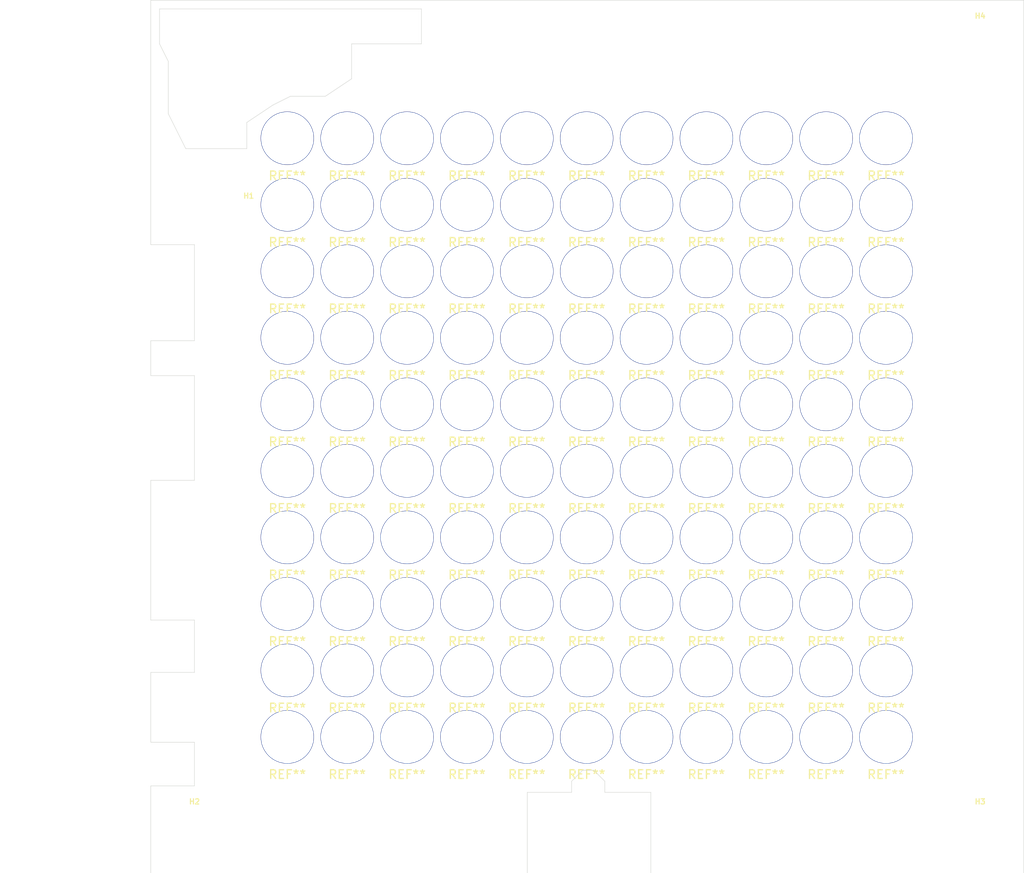
<source format=kicad_pcb>
(kicad_pcb (version 20171130) (host pcbnew "(5.1.4)-1")

  (general
    (thickness 1.6)
    (drawings 47)
    (tracks 0)
    (zones 0)
    (modules 114)
    (nets 1)
  )

  (page A4)
  (layers
    (0 F.Cu signal)
    (31 B.Cu signal)
    (32 B.Adhes user)
    (33 F.Adhes user)
    (34 B.Paste user)
    (35 F.Paste user)
    (36 B.SilkS user)
    (37 F.SilkS user)
    (38 B.Mask user)
    (39 F.Mask user)
    (40 Dwgs.User user)
    (41 Cmts.User user)
    (42 Eco1.User user)
    (43 Eco2.User user hide)
    (44 Edge.Cuts user)
    (45 Margin user)
    (46 B.CrtYd user hide)
    (47 F.CrtYd user hide)
    (48 B.Fab user hide)
    (49 F.Fab user hide)
  )

  (setup
    (last_trace_width 0.25)
    (trace_clearance 0.2)
    (zone_clearance 0.1524)
    (zone_45_only no)
    (trace_min 0.1524)
    (via_size 0.8)
    (via_drill 0.4)
    (via_min_size 0.6)
    (via_min_drill 0.3)
    (uvia_size 0.3)
    (uvia_drill 0.1)
    (uvias_allowed no)
    (uvia_min_size 0.2)
    (uvia_min_drill 0.1)
    (edge_width 0.05)
    (segment_width 0.13)
    (pcb_text_width 0.13)
    (pcb_text_size 0.6 0.6)
    (mod_edge_width 0.13)
    (mod_text_size 0.6 0.6)
    (mod_text_width 0.13)
    (pad_size 6 6)
    (pad_drill 3)
    (pad_to_mask_clearance 0.051)
    (solder_mask_min_width 0.25)
    (aux_axis_origin 99 139)
    (grid_origin 99 139)
    (visible_elements 7FFFFFFF)
    (pcbplotparams
      (layerselection 0x010fc_ffffffff)
      (usegerberextensions false)
      (usegerberattributes false)
      (usegerberadvancedattributes false)
      (creategerberjobfile false)
      (excludeedgelayer true)
      (linewidth 0.100000)
      (plotframeref false)
      (viasonmask false)
      (mode 1)
      (useauxorigin false)
      (hpglpennumber 1)
      (hpglpenspeed 20)
      (hpglpendiameter 15.000000)
      (psnegative false)
      (psa4output false)
      (plotreference true)
      (plotvalue true)
      (plotinvisibletext false)
      (padsonsilk false)
      (subtractmaskfromsilk false)
      (outputformat 1)
      (mirror false)
      (drillshape 0)
      (scaleselection 1)
      (outputdirectory "../fabrication/spacer_v0.2.0/"))
  )

  (net 0 "")

  (net_class Default "This is the default net class."
    (clearance 0.2)
    (trace_width 0.25)
    (via_dia 0.8)
    (via_drill 0.4)
    (uvia_dia 0.3)
    (uvia_drill 0.1)
  )

  (net_class 24V ""
    (clearance 0.2)
    (trace_width 0.25)
    (via_dia 0.8)
    (via_drill 0.4)
    (uvia_dia 0.3)
    (uvia_drill 0.1)
  )

  (net_class 3V3 ""
    (clearance 0.2)
    (trace_width 0.25)
    (via_dia 0.8)
    (via_drill 0.4)
    (uvia_dia 0.3)
    (uvia_drill 0.1)
  )

  (net_class 5V ""
    (clearance 0.2)
    (trace_width 0.25)
    (via_dia 0.8)
    (via_drill 0.4)
    (uvia_dia 0.3)
    (uvia_drill 0.1)
  )

  (module william_fab:ws2812b-mini_hole (layer F.Cu) (tedit 5DF1ACF3) (tstamp 5DF2560D)
    (at 84.2172 84.39)
    (fp_text reference REF** (at 0 4.3) (layer F.SilkS)
      (effects (font (size 1 1) (thickness 0.15)))
    )
    (fp_text value ws2812b-mini_hole (at 0.3 -6.35) (layer F.Fab)
      (effects (font (size 1 1) (thickness 0.15)))
    )
    (pad 1 thru_hole circle (at 0 0) (size 6.1 6.1) (drill 6) (layers *.Cu *.Mask))
  )

  (module william_fab:ws2812b-mini_hole (layer F.Cu) (tedit 5DF1ACF3) (tstamp 5DF25605)
    (at 77.3592 84.39)
    (fp_text reference REF** (at 0 4.3) (layer F.SilkS)
      (effects (font (size 1 1) (thickness 0.15)))
    )
    (fp_text value ws2812b-mini_hole (at 0.3 -6.35) (layer F.Fab)
      (effects (font (size 1 1) (thickness 0.15)))
    )
    (pad 1 thru_hole circle (at 0 0) (size 6.1 6.1) (drill 6) (layers *.Cu *.Mask))
  )

  (module william_fab:ws2812b-mini_hole (layer F.Cu) (tedit 5DF1ACF3) (tstamp 5DF255FD)
    (at 70.5012 84.39)
    (fp_text reference REF** (at 0 4.3) (layer F.SilkS)
      (effects (font (size 1 1) (thickness 0.15)))
    )
    (fp_text value ws2812b-mini_hole (at 0.3 -6.35) (layer F.Fab)
      (effects (font (size 1 1) (thickness 0.15)))
    )
    (pad 1 thru_hole circle (at 0 0) (size 6.1 6.1) (drill 6) (layers *.Cu *.Mask))
  )

  (module william_fab:ws2812b-mini_hole (layer F.Cu) (tedit 5DF1ACF3) (tstamp 5DF255F5)
    (at 63.6432 84.39)
    (fp_text reference REF** (at 0 4.3) (layer F.SilkS)
      (effects (font (size 1 1) (thickness 0.15)))
    )
    (fp_text value ws2812b-mini_hole (at 0.3 -6.35) (layer F.Fab)
      (effects (font (size 1 1) (thickness 0.15)))
    )
    (pad 1 thru_hole circle (at 0 0) (size 6.1 6.1) (drill 6) (layers *.Cu *.Mask))
  )

  (module william_fab:ws2812b-mini_hole (layer F.Cu) (tedit 5DF1ACF3) (tstamp 5DF255ED)
    (at 56.7852 84.39)
    (fp_text reference REF** (at 0 4.3) (layer F.SilkS)
      (effects (font (size 1 1) (thickness 0.15)))
    )
    (fp_text value ws2812b-mini_hole (at 0.3 -6.35) (layer F.Fab)
      (effects (font (size 1 1) (thickness 0.15)))
    )
    (pad 1 thru_hole circle (at 0 0) (size 6.1 6.1) (drill 6) (layers *.Cu *.Mask))
  )

  (module william_fab:ws2812b-mini_hole (layer F.Cu) (tedit 5DF1ACF3) (tstamp 5DF255E5)
    (at 49.9272 84.39)
    (fp_text reference REF** (at 0 4.3) (layer F.SilkS)
      (effects (font (size 1 1) (thickness 0.15)))
    )
    (fp_text value ws2812b-mini_hole (at 0.3 -6.35) (layer F.Fab)
      (effects (font (size 1 1) (thickness 0.15)))
    )
    (pad 1 thru_hole circle (at 0 0) (size 6.1 6.1) (drill 6) (layers *.Cu *.Mask))
  )

  (module william_fab:ws2812b-mini_hole (layer F.Cu) (tedit 5DF1ACF3) (tstamp 5DF255DD)
    (at 43.0692 84.39)
    (fp_text reference REF** (at 0 4.3) (layer F.SilkS)
      (effects (font (size 1 1) (thickness 0.15)))
    )
    (fp_text value ws2812b-mini_hole (at 0.3 -6.35) (layer F.Fab)
      (effects (font (size 1 1) (thickness 0.15)))
    )
    (pad 1 thru_hole circle (at 0 0) (size 6.1 6.1) (drill 6) (layers *.Cu *.Mask))
  )

  (module william_fab:ws2812b-mini_hole (layer F.Cu) (tedit 5DF1ACF3) (tstamp 5DF255D5)
    (at 36.2112 84.39)
    (fp_text reference REF** (at 0 4.3) (layer F.SilkS)
      (effects (font (size 1 1) (thickness 0.15)))
    )
    (fp_text value ws2812b-mini_hole (at 0.3 -6.35) (layer F.Fab)
      (effects (font (size 1 1) (thickness 0.15)))
    )
    (pad 1 thru_hole circle (at 0 0) (size 6.1 6.1) (drill 6) (layers *.Cu *.Mask))
  )

  (module william_fab:ws2812b-mini_hole (layer F.Cu) (tedit 5DF1ACF3) (tstamp 5DF255CD)
    (at 29.3532 84.39)
    (fp_text reference REF** (at 0 4.3) (layer F.SilkS)
      (effects (font (size 1 1) (thickness 0.15)))
    )
    (fp_text value ws2812b-mini_hole (at 0.3 -6.35) (layer F.Fab)
      (effects (font (size 1 1) (thickness 0.15)))
    )
    (pad 1 thru_hole circle (at 0 0) (size 6.1 6.1) (drill 6) (layers *.Cu *.Mask))
  )

  (module william_fab:ws2812b-mini_hole (layer F.Cu) (tedit 5DF1ACF3) (tstamp 5DF255C5)
    (at 22.4952 84.39)
    (fp_text reference REF** (at 0 4.3) (layer F.SilkS)
      (effects (font (size 1 1) (thickness 0.15)))
    )
    (fp_text value ws2812b-mini_hole (at 0.3 -6.35) (layer F.Fab)
      (effects (font (size 1 1) (thickness 0.15)))
    )
    (pad 1 thru_hole circle (at 0 0) (size 6.1 6.1) (drill 6) (layers *.Cu *.Mask))
  )

  (module william_fab:ws2812b-mini_hole (layer F.Cu) (tedit 5DF1ACF3) (tstamp 5DF255BD)
    (at 15.6372 84.39)
    (fp_text reference REF** (at 0 4.3) (layer F.SilkS)
      (effects (font (size 1 1) (thickness 0.15)))
    )
    (fp_text value ws2812b-mini_hole (at 0.3 -6.35) (layer F.Fab)
      (effects (font (size 1 1) (thickness 0.15)))
    )
    (pad 1 thru_hole circle (at 0 0) (size 6.1 6.1) (drill 6) (layers *.Cu *.Mask))
  )

  (module william_fab:ws2812b-mini_hole (layer F.Cu) (tedit 5DF1ACF3) (tstamp 5DF255B5)
    (at 84.2172 76.77)
    (fp_text reference REF** (at 0 4.3) (layer F.SilkS)
      (effects (font (size 1 1) (thickness 0.15)))
    )
    (fp_text value ws2812b-mini_hole (at 0.3 -6.35) (layer F.Fab)
      (effects (font (size 1 1) (thickness 0.15)))
    )
    (pad 1 thru_hole circle (at 0 0) (size 6.1 6.1) (drill 6) (layers *.Cu *.Mask))
  )

  (module william_fab:ws2812b-mini_hole (layer F.Cu) (tedit 5DF1ACF3) (tstamp 5DF255AD)
    (at 77.3592 76.77)
    (fp_text reference REF** (at 0 4.3) (layer F.SilkS)
      (effects (font (size 1 1) (thickness 0.15)))
    )
    (fp_text value ws2812b-mini_hole (at 0.3 -6.35) (layer F.Fab)
      (effects (font (size 1 1) (thickness 0.15)))
    )
    (pad 1 thru_hole circle (at 0 0) (size 6.1 6.1) (drill 6) (layers *.Cu *.Mask))
  )

  (module william_fab:ws2812b-mini_hole (layer F.Cu) (tedit 5DF1ACF3) (tstamp 5DF255A5)
    (at 70.5012 76.77)
    (fp_text reference REF** (at 0 4.3) (layer F.SilkS)
      (effects (font (size 1 1) (thickness 0.15)))
    )
    (fp_text value ws2812b-mini_hole (at 0.3 -6.35) (layer F.Fab)
      (effects (font (size 1 1) (thickness 0.15)))
    )
    (pad 1 thru_hole circle (at 0 0) (size 6.1 6.1) (drill 6) (layers *.Cu *.Mask))
  )

  (module william_fab:ws2812b-mini_hole (layer F.Cu) (tedit 5DF1ACF3) (tstamp 5DF2559D)
    (at 63.6432 76.77)
    (fp_text reference REF** (at 0 4.3) (layer F.SilkS)
      (effects (font (size 1 1) (thickness 0.15)))
    )
    (fp_text value ws2812b-mini_hole (at 0.3 -6.35) (layer F.Fab)
      (effects (font (size 1 1) (thickness 0.15)))
    )
    (pad 1 thru_hole circle (at 0 0) (size 6.1 6.1) (drill 6) (layers *.Cu *.Mask))
  )

  (module william_fab:ws2812b-mini_hole (layer F.Cu) (tedit 5DF1ACF3) (tstamp 5DF25595)
    (at 56.7852 76.77)
    (fp_text reference REF** (at 0 4.3) (layer F.SilkS)
      (effects (font (size 1 1) (thickness 0.15)))
    )
    (fp_text value ws2812b-mini_hole (at 0.3 -6.35) (layer F.Fab)
      (effects (font (size 1 1) (thickness 0.15)))
    )
    (pad 1 thru_hole circle (at 0 0) (size 6.1 6.1) (drill 6) (layers *.Cu *.Mask))
  )

  (module william_fab:ws2812b-mini_hole (layer F.Cu) (tedit 5DF1ACF3) (tstamp 5DF2558D)
    (at 49.9272 76.77)
    (fp_text reference REF** (at 0 4.3) (layer F.SilkS)
      (effects (font (size 1 1) (thickness 0.15)))
    )
    (fp_text value ws2812b-mini_hole (at 0.3 -6.35) (layer F.Fab)
      (effects (font (size 1 1) (thickness 0.15)))
    )
    (pad 1 thru_hole circle (at 0 0) (size 6.1 6.1) (drill 6) (layers *.Cu *.Mask))
  )

  (module william_fab:ws2812b-mini_hole (layer F.Cu) (tedit 5DF1ACF3) (tstamp 5DF25585)
    (at 43.0692 76.77)
    (fp_text reference REF** (at 0 4.3) (layer F.SilkS)
      (effects (font (size 1 1) (thickness 0.15)))
    )
    (fp_text value ws2812b-mini_hole (at 0.3 -6.35) (layer F.Fab)
      (effects (font (size 1 1) (thickness 0.15)))
    )
    (pad 1 thru_hole circle (at 0 0) (size 6.1 6.1) (drill 6) (layers *.Cu *.Mask))
  )

  (module william_fab:ws2812b-mini_hole (layer F.Cu) (tedit 5DF1ACF3) (tstamp 5DF2557D)
    (at 36.2112 76.77)
    (fp_text reference REF** (at 0 4.3) (layer F.SilkS)
      (effects (font (size 1 1) (thickness 0.15)))
    )
    (fp_text value ws2812b-mini_hole (at 0.3 -6.35) (layer F.Fab)
      (effects (font (size 1 1) (thickness 0.15)))
    )
    (pad 1 thru_hole circle (at 0 0) (size 6.1 6.1) (drill 6) (layers *.Cu *.Mask))
  )

  (module william_fab:ws2812b-mini_hole (layer F.Cu) (tedit 5DF1ACF3) (tstamp 5DF25575)
    (at 29.3532 76.77)
    (fp_text reference REF** (at 0 4.3) (layer F.SilkS)
      (effects (font (size 1 1) (thickness 0.15)))
    )
    (fp_text value ws2812b-mini_hole (at 0.3 -6.35) (layer F.Fab)
      (effects (font (size 1 1) (thickness 0.15)))
    )
    (pad 1 thru_hole circle (at 0 0) (size 6.1 6.1) (drill 6) (layers *.Cu *.Mask))
  )

  (module william_fab:ws2812b-mini_hole (layer F.Cu) (tedit 5DF1ACF3) (tstamp 5DF2556D)
    (at 22.4952 76.77)
    (fp_text reference REF** (at 0 4.3) (layer F.SilkS)
      (effects (font (size 1 1) (thickness 0.15)))
    )
    (fp_text value ws2812b-mini_hole (at 0.3 -6.35) (layer F.Fab)
      (effects (font (size 1 1) (thickness 0.15)))
    )
    (pad 1 thru_hole circle (at 0 0) (size 6.1 6.1) (drill 6) (layers *.Cu *.Mask))
  )

  (module william_fab:ws2812b-mini_hole (layer F.Cu) (tedit 5DF1ACF3) (tstamp 5DF25565)
    (at 15.6372 76.77)
    (fp_text reference REF** (at 0 4.3) (layer F.SilkS)
      (effects (font (size 1 1) (thickness 0.15)))
    )
    (fp_text value ws2812b-mini_hole (at 0.3 -6.35) (layer F.Fab)
      (effects (font (size 1 1) (thickness 0.15)))
    )
    (pad 1 thru_hole circle (at 0 0) (size 6.1 6.1) (drill 6) (layers *.Cu *.Mask))
  )

  (module william_fab:ws2812b-mini_hole (layer F.Cu) (tedit 5DF1ACF3) (tstamp 5DF2555D)
    (at 84.2172 69.15)
    (fp_text reference REF** (at 0 4.3) (layer F.SilkS)
      (effects (font (size 1 1) (thickness 0.15)))
    )
    (fp_text value ws2812b-mini_hole (at 0.3 -6.35) (layer F.Fab)
      (effects (font (size 1 1) (thickness 0.15)))
    )
    (pad 1 thru_hole circle (at 0 0) (size 6.1 6.1) (drill 6) (layers *.Cu *.Mask))
  )

  (module william_fab:ws2812b-mini_hole (layer F.Cu) (tedit 5DF1ACF3) (tstamp 5DF25555)
    (at 77.3592 69.15)
    (fp_text reference REF** (at 0 4.3) (layer F.SilkS)
      (effects (font (size 1 1) (thickness 0.15)))
    )
    (fp_text value ws2812b-mini_hole (at 0.3 -6.35) (layer F.Fab)
      (effects (font (size 1 1) (thickness 0.15)))
    )
    (pad 1 thru_hole circle (at 0 0) (size 6.1 6.1) (drill 6) (layers *.Cu *.Mask))
  )

  (module william_fab:ws2812b-mini_hole (layer F.Cu) (tedit 5DF1ACF3) (tstamp 5DF2554D)
    (at 70.5012 69.15)
    (fp_text reference REF** (at 0 4.3) (layer F.SilkS)
      (effects (font (size 1 1) (thickness 0.15)))
    )
    (fp_text value ws2812b-mini_hole (at 0.3 -6.35) (layer F.Fab)
      (effects (font (size 1 1) (thickness 0.15)))
    )
    (pad 1 thru_hole circle (at 0 0) (size 6.1 6.1) (drill 6) (layers *.Cu *.Mask))
  )

  (module william_fab:ws2812b-mini_hole (layer F.Cu) (tedit 5DF1ACF3) (tstamp 5DF25545)
    (at 63.6432 69.15)
    (fp_text reference REF** (at 0 4.3) (layer F.SilkS)
      (effects (font (size 1 1) (thickness 0.15)))
    )
    (fp_text value ws2812b-mini_hole (at 0.3 -6.35) (layer F.Fab)
      (effects (font (size 1 1) (thickness 0.15)))
    )
    (pad 1 thru_hole circle (at 0 0) (size 6.1 6.1) (drill 6) (layers *.Cu *.Mask))
  )

  (module william_fab:ws2812b-mini_hole (layer F.Cu) (tedit 5DF1ACF3) (tstamp 5DF2553D)
    (at 56.7852 69.15)
    (fp_text reference REF** (at 0 4.3) (layer F.SilkS)
      (effects (font (size 1 1) (thickness 0.15)))
    )
    (fp_text value ws2812b-mini_hole (at 0.3 -6.35) (layer F.Fab)
      (effects (font (size 1 1) (thickness 0.15)))
    )
    (pad 1 thru_hole circle (at 0 0) (size 6.1 6.1) (drill 6) (layers *.Cu *.Mask))
  )

  (module william_fab:ws2812b-mini_hole (layer F.Cu) (tedit 5DF1ACF3) (tstamp 5DF25535)
    (at 49.9272 69.15)
    (fp_text reference REF** (at 0 4.3) (layer F.SilkS)
      (effects (font (size 1 1) (thickness 0.15)))
    )
    (fp_text value ws2812b-mini_hole (at 0.3 -6.35) (layer F.Fab)
      (effects (font (size 1 1) (thickness 0.15)))
    )
    (pad 1 thru_hole circle (at 0 0) (size 6.1 6.1) (drill 6) (layers *.Cu *.Mask))
  )

  (module william_fab:ws2812b-mini_hole (layer F.Cu) (tedit 5DF1ACF3) (tstamp 5DF2552D)
    (at 43.0692 69.15)
    (fp_text reference REF** (at 0 4.3) (layer F.SilkS)
      (effects (font (size 1 1) (thickness 0.15)))
    )
    (fp_text value ws2812b-mini_hole (at 0.3 -6.35) (layer F.Fab)
      (effects (font (size 1 1) (thickness 0.15)))
    )
    (pad 1 thru_hole circle (at 0 0) (size 6.1 6.1) (drill 6) (layers *.Cu *.Mask))
  )

  (module william_fab:ws2812b-mini_hole (layer F.Cu) (tedit 5DF1ACF3) (tstamp 5DF25525)
    (at 36.2112 69.15)
    (fp_text reference REF** (at 0 4.3) (layer F.SilkS)
      (effects (font (size 1 1) (thickness 0.15)))
    )
    (fp_text value ws2812b-mini_hole (at 0.3 -6.35) (layer F.Fab)
      (effects (font (size 1 1) (thickness 0.15)))
    )
    (pad 1 thru_hole circle (at 0 0) (size 6.1 6.1) (drill 6) (layers *.Cu *.Mask))
  )

  (module william_fab:ws2812b-mini_hole (layer F.Cu) (tedit 5DF1ACF3) (tstamp 5DF2551D)
    (at 29.3532 69.15)
    (fp_text reference REF** (at 0 4.3) (layer F.SilkS)
      (effects (font (size 1 1) (thickness 0.15)))
    )
    (fp_text value ws2812b-mini_hole (at 0.3 -6.35) (layer F.Fab)
      (effects (font (size 1 1) (thickness 0.15)))
    )
    (pad 1 thru_hole circle (at 0 0) (size 6.1 6.1) (drill 6) (layers *.Cu *.Mask))
  )

  (module william_fab:ws2812b-mini_hole (layer F.Cu) (tedit 5DF1ACF3) (tstamp 5DF25515)
    (at 22.4952 69.15)
    (fp_text reference REF** (at 0 4.3) (layer F.SilkS)
      (effects (font (size 1 1) (thickness 0.15)))
    )
    (fp_text value ws2812b-mini_hole (at 0.3 -6.35) (layer F.Fab)
      (effects (font (size 1 1) (thickness 0.15)))
    )
    (pad 1 thru_hole circle (at 0 0) (size 6.1 6.1) (drill 6) (layers *.Cu *.Mask))
  )

  (module william_fab:ws2812b-mini_hole (layer F.Cu) (tedit 5DF1ACF3) (tstamp 5DF2550D)
    (at 15.6372 69.15)
    (fp_text reference REF** (at 0 4.3) (layer F.SilkS)
      (effects (font (size 1 1) (thickness 0.15)))
    )
    (fp_text value ws2812b-mini_hole (at 0.3 -6.35) (layer F.Fab)
      (effects (font (size 1 1) (thickness 0.15)))
    )
    (pad 1 thru_hole circle (at 0 0) (size 6.1 6.1) (drill 6) (layers *.Cu *.Mask))
  )

  (module william_fab:ws2812b-mini_hole (layer F.Cu) (tedit 5DF1ACF3) (tstamp 5DF25505)
    (at 84.2172 61.53)
    (fp_text reference REF** (at 0 4.3) (layer F.SilkS)
      (effects (font (size 1 1) (thickness 0.15)))
    )
    (fp_text value ws2812b-mini_hole (at 0.3 -6.35) (layer F.Fab)
      (effects (font (size 1 1) (thickness 0.15)))
    )
    (pad 1 thru_hole circle (at 0 0) (size 6.1 6.1) (drill 6) (layers *.Cu *.Mask))
  )

  (module william_fab:ws2812b-mini_hole (layer F.Cu) (tedit 5DF1ACF3) (tstamp 5DF254FD)
    (at 77.3592 61.53)
    (fp_text reference REF** (at 0 4.3) (layer F.SilkS)
      (effects (font (size 1 1) (thickness 0.15)))
    )
    (fp_text value ws2812b-mini_hole (at 0.3 -6.35) (layer F.Fab)
      (effects (font (size 1 1) (thickness 0.15)))
    )
    (pad 1 thru_hole circle (at 0 0) (size 6.1 6.1) (drill 6) (layers *.Cu *.Mask))
  )

  (module william_fab:ws2812b-mini_hole (layer F.Cu) (tedit 5DF1ACF3) (tstamp 5DF254F5)
    (at 70.5012 61.53)
    (fp_text reference REF** (at 0 4.3) (layer F.SilkS)
      (effects (font (size 1 1) (thickness 0.15)))
    )
    (fp_text value ws2812b-mini_hole (at 0.3 -6.35) (layer F.Fab)
      (effects (font (size 1 1) (thickness 0.15)))
    )
    (pad 1 thru_hole circle (at 0 0) (size 6.1 6.1) (drill 6) (layers *.Cu *.Mask))
  )

  (module william_fab:ws2812b-mini_hole (layer F.Cu) (tedit 5DF1ACF3) (tstamp 5DF254ED)
    (at 63.6432 61.53)
    (fp_text reference REF** (at 0 4.3) (layer F.SilkS)
      (effects (font (size 1 1) (thickness 0.15)))
    )
    (fp_text value ws2812b-mini_hole (at 0.3 -6.35) (layer F.Fab)
      (effects (font (size 1 1) (thickness 0.15)))
    )
    (pad 1 thru_hole circle (at 0 0) (size 6.1 6.1) (drill 6) (layers *.Cu *.Mask))
  )

  (module william_fab:ws2812b-mini_hole (layer F.Cu) (tedit 5DF1ACF3) (tstamp 5DF254E5)
    (at 56.7852 61.53)
    (fp_text reference REF** (at 0 4.3) (layer F.SilkS)
      (effects (font (size 1 1) (thickness 0.15)))
    )
    (fp_text value ws2812b-mini_hole (at 0.3 -6.35) (layer F.Fab)
      (effects (font (size 1 1) (thickness 0.15)))
    )
    (pad 1 thru_hole circle (at 0 0) (size 6.1 6.1) (drill 6) (layers *.Cu *.Mask))
  )

  (module william_fab:ws2812b-mini_hole (layer F.Cu) (tedit 5DF1ACF3) (tstamp 5DF254DD)
    (at 49.9272 61.53)
    (fp_text reference REF** (at 0 4.3) (layer F.SilkS)
      (effects (font (size 1 1) (thickness 0.15)))
    )
    (fp_text value ws2812b-mini_hole (at 0.3 -6.35) (layer F.Fab)
      (effects (font (size 1 1) (thickness 0.15)))
    )
    (pad 1 thru_hole circle (at 0 0) (size 6.1 6.1) (drill 6) (layers *.Cu *.Mask))
  )

  (module william_fab:ws2812b-mini_hole (layer F.Cu) (tedit 5DF1ACF3) (tstamp 5DF254D5)
    (at 43.0692 61.53)
    (fp_text reference REF** (at 0 4.3) (layer F.SilkS)
      (effects (font (size 1 1) (thickness 0.15)))
    )
    (fp_text value ws2812b-mini_hole (at 0.3 -6.35) (layer F.Fab)
      (effects (font (size 1 1) (thickness 0.15)))
    )
    (pad 1 thru_hole circle (at 0 0) (size 6.1 6.1) (drill 6) (layers *.Cu *.Mask))
  )

  (module william_fab:ws2812b-mini_hole (layer F.Cu) (tedit 5DF1ACF3) (tstamp 5DF254CD)
    (at 36.2112 61.53)
    (fp_text reference REF** (at 0 4.3) (layer F.SilkS)
      (effects (font (size 1 1) (thickness 0.15)))
    )
    (fp_text value ws2812b-mini_hole (at 0.3 -6.35) (layer F.Fab)
      (effects (font (size 1 1) (thickness 0.15)))
    )
    (pad 1 thru_hole circle (at 0 0) (size 6.1 6.1) (drill 6) (layers *.Cu *.Mask))
  )

  (module william_fab:ws2812b-mini_hole (layer F.Cu) (tedit 5DF1ACF3) (tstamp 5DF254C5)
    (at 29.3532 61.53)
    (fp_text reference REF** (at 0 4.3) (layer F.SilkS)
      (effects (font (size 1 1) (thickness 0.15)))
    )
    (fp_text value ws2812b-mini_hole (at 0.3 -6.35) (layer F.Fab)
      (effects (font (size 1 1) (thickness 0.15)))
    )
    (pad 1 thru_hole circle (at 0 0) (size 6.1 6.1) (drill 6) (layers *.Cu *.Mask))
  )

  (module william_fab:ws2812b-mini_hole (layer F.Cu) (tedit 5DF1ACF3) (tstamp 5DF254BD)
    (at 22.4952 61.53)
    (fp_text reference REF** (at 0 4.3) (layer F.SilkS)
      (effects (font (size 1 1) (thickness 0.15)))
    )
    (fp_text value ws2812b-mini_hole (at 0.3 -6.35) (layer F.Fab)
      (effects (font (size 1 1) (thickness 0.15)))
    )
    (pad 1 thru_hole circle (at 0 0) (size 6.1 6.1) (drill 6) (layers *.Cu *.Mask))
  )

  (module william_fab:ws2812b-mini_hole (layer F.Cu) (tedit 5DF1ACF3) (tstamp 5DF254B5)
    (at 15.6372 61.53)
    (fp_text reference REF** (at 0 4.3) (layer F.SilkS)
      (effects (font (size 1 1) (thickness 0.15)))
    )
    (fp_text value ws2812b-mini_hole (at 0.3 -6.35) (layer F.Fab)
      (effects (font (size 1 1) (thickness 0.15)))
    )
    (pad 1 thru_hole circle (at 0 0) (size 6.1 6.1) (drill 6) (layers *.Cu *.Mask))
  )

  (module william_fab:ws2812b-mini_hole (layer F.Cu) (tedit 5DF1ACF3) (tstamp 5DF254AD)
    (at 84.2172 53.91)
    (fp_text reference REF** (at 0 4.3) (layer F.SilkS)
      (effects (font (size 1 1) (thickness 0.15)))
    )
    (fp_text value ws2812b-mini_hole (at 0.3 -6.35) (layer F.Fab)
      (effects (font (size 1 1) (thickness 0.15)))
    )
    (pad 1 thru_hole circle (at 0 0) (size 6.1 6.1) (drill 6) (layers *.Cu *.Mask))
  )

  (module william_fab:ws2812b-mini_hole (layer F.Cu) (tedit 5DF1ACF3) (tstamp 5DF254A5)
    (at 77.3592 53.91)
    (fp_text reference REF** (at 0 4.3) (layer F.SilkS)
      (effects (font (size 1 1) (thickness 0.15)))
    )
    (fp_text value ws2812b-mini_hole (at 0.3 -6.35) (layer F.Fab)
      (effects (font (size 1 1) (thickness 0.15)))
    )
    (pad 1 thru_hole circle (at 0 0) (size 6.1 6.1) (drill 6) (layers *.Cu *.Mask))
  )

  (module william_fab:ws2812b-mini_hole (layer F.Cu) (tedit 5DF1ACF3) (tstamp 5DF2549D)
    (at 70.5012 53.91)
    (fp_text reference REF** (at 0 4.3) (layer F.SilkS)
      (effects (font (size 1 1) (thickness 0.15)))
    )
    (fp_text value ws2812b-mini_hole (at 0.3 -6.35) (layer F.Fab)
      (effects (font (size 1 1) (thickness 0.15)))
    )
    (pad 1 thru_hole circle (at 0 0) (size 6.1 6.1) (drill 6) (layers *.Cu *.Mask))
  )

  (module william_fab:ws2812b-mini_hole (layer F.Cu) (tedit 5DF1ACF3) (tstamp 5DF25495)
    (at 63.6432 53.91)
    (fp_text reference REF** (at 0 4.3) (layer F.SilkS)
      (effects (font (size 1 1) (thickness 0.15)))
    )
    (fp_text value ws2812b-mini_hole (at 0.3 -6.35) (layer F.Fab)
      (effects (font (size 1 1) (thickness 0.15)))
    )
    (pad 1 thru_hole circle (at 0 0) (size 6.1 6.1) (drill 6) (layers *.Cu *.Mask))
  )

  (module william_fab:ws2812b-mini_hole (layer F.Cu) (tedit 5DF1ACF3) (tstamp 5DF2548D)
    (at 56.7852 53.91)
    (fp_text reference REF** (at 0 4.3) (layer F.SilkS)
      (effects (font (size 1 1) (thickness 0.15)))
    )
    (fp_text value ws2812b-mini_hole (at 0.3 -6.35) (layer F.Fab)
      (effects (font (size 1 1) (thickness 0.15)))
    )
    (pad 1 thru_hole circle (at 0 0) (size 6.1 6.1) (drill 6) (layers *.Cu *.Mask))
  )

  (module william_fab:ws2812b-mini_hole (layer F.Cu) (tedit 5DF1ACF3) (tstamp 5DF25485)
    (at 49.9272 53.91)
    (fp_text reference REF** (at 0 4.3) (layer F.SilkS)
      (effects (font (size 1 1) (thickness 0.15)))
    )
    (fp_text value ws2812b-mini_hole (at 0.3 -6.35) (layer F.Fab)
      (effects (font (size 1 1) (thickness 0.15)))
    )
    (pad 1 thru_hole circle (at 0 0) (size 6.1 6.1) (drill 6) (layers *.Cu *.Mask))
  )

  (module william_fab:ws2812b-mini_hole (layer F.Cu) (tedit 5DF1ACF3) (tstamp 5DF2547D)
    (at 43.0692 53.91)
    (fp_text reference REF** (at 0 4.3) (layer F.SilkS)
      (effects (font (size 1 1) (thickness 0.15)))
    )
    (fp_text value ws2812b-mini_hole (at 0.3 -6.35) (layer F.Fab)
      (effects (font (size 1 1) (thickness 0.15)))
    )
    (pad 1 thru_hole circle (at 0 0) (size 6.1 6.1) (drill 6) (layers *.Cu *.Mask))
  )

  (module william_fab:ws2812b-mini_hole (layer F.Cu) (tedit 5DF1ACF3) (tstamp 5DF25475)
    (at 36.2112 53.91)
    (fp_text reference REF** (at 0 4.3) (layer F.SilkS)
      (effects (font (size 1 1) (thickness 0.15)))
    )
    (fp_text value ws2812b-mini_hole (at 0.3 -6.35) (layer F.Fab)
      (effects (font (size 1 1) (thickness 0.15)))
    )
    (pad 1 thru_hole circle (at 0 0) (size 6.1 6.1) (drill 6) (layers *.Cu *.Mask))
  )

  (module william_fab:ws2812b-mini_hole (layer F.Cu) (tedit 5DF1ACF3) (tstamp 5DF2546D)
    (at 29.3532 53.91)
    (fp_text reference REF** (at 0 4.3) (layer F.SilkS)
      (effects (font (size 1 1) (thickness 0.15)))
    )
    (fp_text value ws2812b-mini_hole (at 0.3 -6.35) (layer F.Fab)
      (effects (font (size 1 1) (thickness 0.15)))
    )
    (pad 1 thru_hole circle (at 0 0) (size 6.1 6.1) (drill 6) (layers *.Cu *.Mask))
  )

  (module william_fab:ws2812b-mini_hole (layer F.Cu) (tedit 5DF1ACF3) (tstamp 5DF25465)
    (at 22.4952 53.91)
    (fp_text reference REF** (at 0 4.3) (layer F.SilkS)
      (effects (font (size 1 1) (thickness 0.15)))
    )
    (fp_text value ws2812b-mini_hole (at 0.3 -6.35) (layer F.Fab)
      (effects (font (size 1 1) (thickness 0.15)))
    )
    (pad 1 thru_hole circle (at 0 0) (size 6.1 6.1) (drill 6) (layers *.Cu *.Mask))
  )

  (module william_fab:ws2812b-mini_hole (layer F.Cu) (tedit 5DF1ACF3) (tstamp 5DF2545D)
    (at 15.6372 53.91)
    (fp_text reference REF** (at 0 4.3) (layer F.SilkS)
      (effects (font (size 1 1) (thickness 0.15)))
    )
    (fp_text value ws2812b-mini_hole (at 0.3 -6.35) (layer F.Fab)
      (effects (font (size 1 1) (thickness 0.15)))
    )
    (pad 1 thru_hole circle (at 0 0) (size 6.1 6.1) (drill 6) (layers *.Cu *.Mask))
  )

  (module william_fab:ws2812b-mini_hole (layer F.Cu) (tedit 5DF1ACF3) (tstamp 5DF25455)
    (at 84.2172 46.29)
    (fp_text reference REF** (at 0 4.3) (layer F.SilkS)
      (effects (font (size 1 1) (thickness 0.15)))
    )
    (fp_text value ws2812b-mini_hole (at 0.3 -6.35) (layer F.Fab)
      (effects (font (size 1 1) (thickness 0.15)))
    )
    (pad 1 thru_hole circle (at 0 0) (size 6.1 6.1) (drill 6) (layers *.Cu *.Mask))
  )

  (module william_fab:ws2812b-mini_hole (layer F.Cu) (tedit 5DF1ACF3) (tstamp 5DF2544D)
    (at 77.3592 46.29)
    (fp_text reference REF** (at 0 4.3) (layer F.SilkS)
      (effects (font (size 1 1) (thickness 0.15)))
    )
    (fp_text value ws2812b-mini_hole (at 0.3 -6.35) (layer F.Fab)
      (effects (font (size 1 1) (thickness 0.15)))
    )
    (pad 1 thru_hole circle (at 0 0) (size 6.1 6.1) (drill 6) (layers *.Cu *.Mask))
  )

  (module william_fab:ws2812b-mini_hole (layer F.Cu) (tedit 5DF1ACF3) (tstamp 5DF25445)
    (at 70.5012 46.29)
    (fp_text reference REF** (at 0 4.3) (layer F.SilkS)
      (effects (font (size 1 1) (thickness 0.15)))
    )
    (fp_text value ws2812b-mini_hole (at 0.3 -6.35) (layer F.Fab)
      (effects (font (size 1 1) (thickness 0.15)))
    )
    (pad 1 thru_hole circle (at 0 0) (size 6.1 6.1) (drill 6) (layers *.Cu *.Mask))
  )

  (module william_fab:ws2812b-mini_hole (layer F.Cu) (tedit 5DF1ACF3) (tstamp 5DF2543D)
    (at 63.6432 46.29)
    (fp_text reference REF** (at 0 4.3) (layer F.SilkS)
      (effects (font (size 1 1) (thickness 0.15)))
    )
    (fp_text value ws2812b-mini_hole (at 0.3 -6.35) (layer F.Fab)
      (effects (font (size 1 1) (thickness 0.15)))
    )
    (pad 1 thru_hole circle (at 0 0) (size 6.1 6.1) (drill 6) (layers *.Cu *.Mask))
  )

  (module william_fab:ws2812b-mini_hole (layer F.Cu) (tedit 5DF1ACF3) (tstamp 5DF25435)
    (at 56.7852 46.29)
    (fp_text reference REF** (at 0 4.3) (layer F.SilkS)
      (effects (font (size 1 1) (thickness 0.15)))
    )
    (fp_text value ws2812b-mini_hole (at 0.3 -6.35) (layer F.Fab)
      (effects (font (size 1 1) (thickness 0.15)))
    )
    (pad 1 thru_hole circle (at 0 0) (size 6.1 6.1) (drill 6) (layers *.Cu *.Mask))
  )

  (module william_fab:ws2812b-mini_hole (layer F.Cu) (tedit 5DF1ACF3) (tstamp 5DF2542D)
    (at 49.9272 46.29)
    (fp_text reference REF** (at 0 4.3) (layer F.SilkS)
      (effects (font (size 1 1) (thickness 0.15)))
    )
    (fp_text value ws2812b-mini_hole (at 0.3 -6.35) (layer F.Fab)
      (effects (font (size 1 1) (thickness 0.15)))
    )
    (pad 1 thru_hole circle (at 0 0) (size 6.1 6.1) (drill 6) (layers *.Cu *.Mask))
  )

  (module william_fab:ws2812b-mini_hole (layer F.Cu) (tedit 5DF1ACF3) (tstamp 5DF25425)
    (at 43.0692 46.29)
    (fp_text reference REF** (at 0 4.3) (layer F.SilkS)
      (effects (font (size 1 1) (thickness 0.15)))
    )
    (fp_text value ws2812b-mini_hole (at 0.3 -6.35) (layer F.Fab)
      (effects (font (size 1 1) (thickness 0.15)))
    )
    (pad 1 thru_hole circle (at 0 0) (size 6.1 6.1) (drill 6) (layers *.Cu *.Mask))
  )

  (module william_fab:ws2812b-mini_hole (layer F.Cu) (tedit 5DF1ACF3) (tstamp 5DF2541D)
    (at 36.2112 46.29)
    (fp_text reference REF** (at 0 4.3) (layer F.SilkS)
      (effects (font (size 1 1) (thickness 0.15)))
    )
    (fp_text value ws2812b-mini_hole (at 0.3 -6.35) (layer F.Fab)
      (effects (font (size 1 1) (thickness 0.15)))
    )
    (pad 1 thru_hole circle (at 0 0) (size 6.1 6.1) (drill 6) (layers *.Cu *.Mask))
  )

  (module william_fab:ws2812b-mini_hole (layer F.Cu) (tedit 5DF1ACF3) (tstamp 5DF25415)
    (at 29.3532 46.29)
    (fp_text reference REF** (at 0 4.3) (layer F.SilkS)
      (effects (font (size 1 1) (thickness 0.15)))
    )
    (fp_text value ws2812b-mini_hole (at 0.3 -6.35) (layer F.Fab)
      (effects (font (size 1 1) (thickness 0.15)))
    )
    (pad 1 thru_hole circle (at 0 0) (size 6.1 6.1) (drill 6) (layers *.Cu *.Mask))
  )

  (module william_fab:ws2812b-mini_hole (layer F.Cu) (tedit 5DF1ACF3) (tstamp 5DF2540D)
    (at 22.4952 46.29)
    (fp_text reference REF** (at 0 4.3) (layer F.SilkS)
      (effects (font (size 1 1) (thickness 0.15)))
    )
    (fp_text value ws2812b-mini_hole (at 0.3 -6.35) (layer F.Fab)
      (effects (font (size 1 1) (thickness 0.15)))
    )
    (pad 1 thru_hole circle (at 0 0) (size 6.1 6.1) (drill 6) (layers *.Cu *.Mask))
  )

  (module william_fab:ws2812b-mini_hole (layer F.Cu) (tedit 5DF1ACF3) (tstamp 5DF25405)
    (at 15.6372 46.29)
    (fp_text reference REF** (at 0 4.3) (layer F.SilkS)
      (effects (font (size 1 1) (thickness 0.15)))
    )
    (fp_text value ws2812b-mini_hole (at 0.3 -6.35) (layer F.Fab)
      (effects (font (size 1 1) (thickness 0.15)))
    )
    (pad 1 thru_hole circle (at 0 0) (size 6.1 6.1) (drill 6) (layers *.Cu *.Mask))
  )

  (module william_fab:ws2812b-mini_hole (layer F.Cu) (tedit 5DF1ACF3) (tstamp 5DF253FD)
    (at 84.2172 38.67)
    (fp_text reference REF** (at 0 4.3) (layer F.SilkS)
      (effects (font (size 1 1) (thickness 0.15)))
    )
    (fp_text value ws2812b-mini_hole (at 0.3 -6.35) (layer F.Fab)
      (effects (font (size 1 1) (thickness 0.15)))
    )
    (pad 1 thru_hole circle (at 0 0) (size 6.1 6.1) (drill 6) (layers *.Cu *.Mask))
  )

  (module william_fab:ws2812b-mini_hole (layer F.Cu) (tedit 5DF1ACF3) (tstamp 5DF253F5)
    (at 77.3592 38.67)
    (fp_text reference REF** (at 0 4.3) (layer F.SilkS)
      (effects (font (size 1 1) (thickness 0.15)))
    )
    (fp_text value ws2812b-mini_hole (at 0.3 -6.35) (layer F.Fab)
      (effects (font (size 1 1) (thickness 0.15)))
    )
    (pad 1 thru_hole circle (at 0 0) (size 6.1 6.1) (drill 6) (layers *.Cu *.Mask))
  )

  (module william_fab:ws2812b-mini_hole (layer F.Cu) (tedit 5DF1ACF3) (tstamp 5DF253ED)
    (at 70.5012 38.67)
    (fp_text reference REF** (at 0 4.3) (layer F.SilkS)
      (effects (font (size 1 1) (thickness 0.15)))
    )
    (fp_text value ws2812b-mini_hole (at 0.3 -6.35) (layer F.Fab)
      (effects (font (size 1 1) (thickness 0.15)))
    )
    (pad 1 thru_hole circle (at 0 0) (size 6.1 6.1) (drill 6) (layers *.Cu *.Mask))
  )

  (module william_fab:ws2812b-mini_hole (layer F.Cu) (tedit 5DF1ACF3) (tstamp 5DF253E5)
    (at 63.6432 38.67)
    (fp_text reference REF** (at 0 4.3) (layer F.SilkS)
      (effects (font (size 1 1) (thickness 0.15)))
    )
    (fp_text value ws2812b-mini_hole (at 0.3 -6.35) (layer F.Fab)
      (effects (font (size 1 1) (thickness 0.15)))
    )
    (pad 1 thru_hole circle (at 0 0) (size 6.1 6.1) (drill 6) (layers *.Cu *.Mask))
  )

  (module william_fab:ws2812b-mini_hole (layer F.Cu) (tedit 5DF1ACF3) (tstamp 5DF253DD)
    (at 56.7852 38.67)
    (fp_text reference REF** (at 0 4.3) (layer F.SilkS)
      (effects (font (size 1 1) (thickness 0.15)))
    )
    (fp_text value ws2812b-mini_hole (at 0.3 -6.35) (layer F.Fab)
      (effects (font (size 1 1) (thickness 0.15)))
    )
    (pad 1 thru_hole circle (at 0 0) (size 6.1 6.1) (drill 6) (layers *.Cu *.Mask))
  )

  (module william_fab:ws2812b-mini_hole (layer F.Cu) (tedit 5DF1ACF3) (tstamp 5DF253D5)
    (at 49.9272 38.67)
    (fp_text reference REF** (at 0 4.3) (layer F.SilkS)
      (effects (font (size 1 1) (thickness 0.15)))
    )
    (fp_text value ws2812b-mini_hole (at 0.3 -6.35) (layer F.Fab)
      (effects (font (size 1 1) (thickness 0.15)))
    )
    (pad 1 thru_hole circle (at 0 0) (size 6.1 6.1) (drill 6) (layers *.Cu *.Mask))
  )

  (module william_fab:ws2812b-mini_hole (layer F.Cu) (tedit 5DF1ACF3) (tstamp 5DF253CD)
    (at 43.0692 38.67)
    (fp_text reference REF** (at 0 4.3) (layer F.SilkS)
      (effects (font (size 1 1) (thickness 0.15)))
    )
    (fp_text value ws2812b-mini_hole (at 0.3 -6.35) (layer F.Fab)
      (effects (font (size 1 1) (thickness 0.15)))
    )
    (pad 1 thru_hole circle (at 0 0) (size 6.1 6.1) (drill 6) (layers *.Cu *.Mask))
  )

  (module william_fab:ws2812b-mini_hole (layer F.Cu) (tedit 5DF1ACF3) (tstamp 5DF253C5)
    (at 36.2112 38.67)
    (fp_text reference REF** (at 0 4.3) (layer F.SilkS)
      (effects (font (size 1 1) (thickness 0.15)))
    )
    (fp_text value ws2812b-mini_hole (at 0.3 -6.35) (layer F.Fab)
      (effects (font (size 1 1) (thickness 0.15)))
    )
    (pad 1 thru_hole circle (at 0 0) (size 6.1 6.1) (drill 6) (layers *.Cu *.Mask))
  )

  (module william_fab:ws2812b-mini_hole (layer F.Cu) (tedit 5DF1ACF3) (tstamp 5DF253BD)
    (at 29.3532 38.67)
    (fp_text reference REF** (at 0 4.3) (layer F.SilkS)
      (effects (font (size 1 1) (thickness 0.15)))
    )
    (fp_text value ws2812b-mini_hole (at 0.3 -6.35) (layer F.Fab)
      (effects (font (size 1 1) (thickness 0.15)))
    )
    (pad 1 thru_hole circle (at 0 0) (size 6.1 6.1) (drill 6) (layers *.Cu *.Mask))
  )

  (module william_fab:ws2812b-mini_hole (layer F.Cu) (tedit 5DF1ACF3) (tstamp 5DF253B5)
    (at 22.4952 38.67)
    (fp_text reference REF** (at 0 4.3) (layer F.SilkS)
      (effects (font (size 1 1) (thickness 0.15)))
    )
    (fp_text value ws2812b-mini_hole (at 0.3 -6.35) (layer F.Fab)
      (effects (font (size 1 1) (thickness 0.15)))
    )
    (pad 1 thru_hole circle (at 0 0) (size 6.1 6.1) (drill 6) (layers *.Cu *.Mask))
  )

  (module william_fab:ws2812b-mini_hole (layer F.Cu) (tedit 5DF1ACF3) (tstamp 5DF253AD)
    (at 15.6372 38.67)
    (fp_text reference REF** (at 0 4.3) (layer F.SilkS)
      (effects (font (size 1 1) (thickness 0.15)))
    )
    (fp_text value ws2812b-mini_hole (at 0.3 -6.35) (layer F.Fab)
      (effects (font (size 1 1) (thickness 0.15)))
    )
    (pad 1 thru_hole circle (at 0 0) (size 6.1 6.1) (drill 6) (layers *.Cu *.Mask))
  )

  (module william_fab:ws2812b-mini_hole (layer F.Cu) (tedit 5DF1ACF3) (tstamp 5DF253A5)
    (at 84.2172 31.05)
    (fp_text reference REF** (at 0 4.3) (layer F.SilkS)
      (effects (font (size 1 1) (thickness 0.15)))
    )
    (fp_text value ws2812b-mini_hole (at 0.3 -6.35) (layer F.Fab)
      (effects (font (size 1 1) (thickness 0.15)))
    )
    (pad 1 thru_hole circle (at 0 0) (size 6.1 6.1) (drill 6) (layers *.Cu *.Mask))
  )

  (module william_fab:ws2812b-mini_hole (layer F.Cu) (tedit 5DF1ACF3) (tstamp 5DF2539D)
    (at 77.3592 31.05)
    (fp_text reference REF** (at 0 4.3) (layer F.SilkS)
      (effects (font (size 1 1) (thickness 0.15)))
    )
    (fp_text value ws2812b-mini_hole (at 0.3 -6.35) (layer F.Fab)
      (effects (font (size 1 1) (thickness 0.15)))
    )
    (pad 1 thru_hole circle (at 0 0) (size 6.1 6.1) (drill 6) (layers *.Cu *.Mask))
  )

  (module william_fab:ws2812b-mini_hole (layer F.Cu) (tedit 5DF1ACF3) (tstamp 5DF25395)
    (at 70.5012 31.05)
    (fp_text reference REF** (at 0 4.3) (layer F.SilkS)
      (effects (font (size 1 1) (thickness 0.15)))
    )
    (fp_text value ws2812b-mini_hole (at 0.3 -6.35) (layer F.Fab)
      (effects (font (size 1 1) (thickness 0.15)))
    )
    (pad 1 thru_hole circle (at 0 0) (size 6.1 6.1) (drill 6) (layers *.Cu *.Mask))
  )

  (module william_fab:ws2812b-mini_hole (layer F.Cu) (tedit 5DF1ACF3) (tstamp 5DF2538D)
    (at 63.6432 31.05)
    (fp_text reference REF** (at 0 4.3) (layer F.SilkS)
      (effects (font (size 1 1) (thickness 0.15)))
    )
    (fp_text value ws2812b-mini_hole (at 0.3 -6.35) (layer F.Fab)
      (effects (font (size 1 1) (thickness 0.15)))
    )
    (pad 1 thru_hole circle (at 0 0) (size 6.1 6.1) (drill 6) (layers *.Cu *.Mask))
  )

  (module william_fab:ws2812b-mini_hole (layer F.Cu) (tedit 5DF1ACF3) (tstamp 5DF25385)
    (at 56.7852 31.05)
    (fp_text reference REF** (at 0 4.3) (layer F.SilkS)
      (effects (font (size 1 1) (thickness 0.15)))
    )
    (fp_text value ws2812b-mini_hole (at 0.3 -6.35) (layer F.Fab)
      (effects (font (size 1 1) (thickness 0.15)))
    )
    (pad 1 thru_hole circle (at 0 0) (size 6.1 6.1) (drill 6) (layers *.Cu *.Mask))
  )

  (module william_fab:ws2812b-mini_hole (layer F.Cu) (tedit 5DF1ACF3) (tstamp 5DF2537D)
    (at 49.9272 31.05)
    (fp_text reference REF** (at 0 4.3) (layer F.SilkS)
      (effects (font (size 1 1) (thickness 0.15)))
    )
    (fp_text value ws2812b-mini_hole (at 0.3 -6.35) (layer F.Fab)
      (effects (font (size 1 1) (thickness 0.15)))
    )
    (pad 1 thru_hole circle (at 0 0) (size 6.1 6.1) (drill 6) (layers *.Cu *.Mask))
  )

  (module william_fab:ws2812b-mini_hole (layer F.Cu) (tedit 5DF1ACF3) (tstamp 5DF25375)
    (at 43.0692 31.05)
    (fp_text reference REF** (at 0 4.3) (layer F.SilkS)
      (effects (font (size 1 1) (thickness 0.15)))
    )
    (fp_text value ws2812b-mini_hole (at 0.3 -6.35) (layer F.Fab)
      (effects (font (size 1 1) (thickness 0.15)))
    )
    (pad 1 thru_hole circle (at 0 0) (size 6.1 6.1) (drill 6) (layers *.Cu *.Mask))
  )

  (module william_fab:ws2812b-mini_hole (layer F.Cu) (tedit 5DF1ACF3) (tstamp 5DF2536D)
    (at 36.2112 31.05)
    (fp_text reference REF** (at 0 4.3) (layer F.SilkS)
      (effects (font (size 1 1) (thickness 0.15)))
    )
    (fp_text value ws2812b-mini_hole (at 0.3 -6.35) (layer F.Fab)
      (effects (font (size 1 1) (thickness 0.15)))
    )
    (pad 1 thru_hole circle (at 0 0) (size 6.1 6.1) (drill 6) (layers *.Cu *.Mask))
  )

  (module william_fab:ws2812b-mini_hole (layer F.Cu) (tedit 5DF1ACF3) (tstamp 5DF25365)
    (at 29.3532 31.05)
    (fp_text reference REF** (at 0 4.3) (layer F.SilkS)
      (effects (font (size 1 1) (thickness 0.15)))
    )
    (fp_text value ws2812b-mini_hole (at 0.3 -6.35) (layer F.Fab)
      (effects (font (size 1 1) (thickness 0.15)))
    )
    (pad 1 thru_hole circle (at 0 0) (size 6.1 6.1) (drill 6) (layers *.Cu *.Mask))
  )

  (module william_fab:ws2812b-mini_hole (layer F.Cu) (tedit 5DF1ACF3) (tstamp 5DF2535D)
    (at 22.4952 31.05)
    (fp_text reference REF** (at 0 4.3) (layer F.SilkS)
      (effects (font (size 1 1) (thickness 0.15)))
    )
    (fp_text value ws2812b-mini_hole (at 0.3 -6.35) (layer F.Fab)
      (effects (font (size 1 1) (thickness 0.15)))
    )
    (pad 1 thru_hole circle (at 0 0) (size 6.1 6.1) (drill 6) (layers *.Cu *.Mask))
  )

  (module william_fab:ws2812b-mini_hole (layer F.Cu) (tedit 5DF1ACF3) (tstamp 5DF25355)
    (at 15.6372 31.05)
    (fp_text reference REF** (at 0 4.3) (layer F.SilkS)
      (effects (font (size 1 1) (thickness 0.15)))
    )
    (fp_text value ws2812b-mini_hole (at 0.3 -6.35) (layer F.Fab)
      (effects (font (size 1 1) (thickness 0.15)))
    )
    (pad 1 thru_hole circle (at 0 0) (size 6.1 6.1) (drill 6) (layers *.Cu *.Mask))
  )

  (module william_fab:ws2812b-mini_hole (layer F.Cu) (tedit 5DF1ACF3) (tstamp 5DF2534D)
    (at 84.2172 23.43)
    (fp_text reference REF** (at 0 4.3) (layer F.SilkS)
      (effects (font (size 1 1) (thickness 0.15)))
    )
    (fp_text value ws2812b-mini_hole (at 0.3 -6.35) (layer F.Fab)
      (effects (font (size 1 1) (thickness 0.15)))
    )
    (pad 1 thru_hole circle (at 0 0) (size 6.1 6.1) (drill 6) (layers *.Cu *.Mask))
  )

  (module william_fab:ws2812b-mini_hole (layer F.Cu) (tedit 5DF1ACF3) (tstamp 5DF25345)
    (at 77.3592 23.43)
    (fp_text reference REF** (at 0 4.3) (layer F.SilkS)
      (effects (font (size 1 1) (thickness 0.15)))
    )
    (fp_text value ws2812b-mini_hole (at 0.3 -6.35) (layer F.Fab)
      (effects (font (size 1 1) (thickness 0.15)))
    )
    (pad 1 thru_hole circle (at 0 0) (size 6.1 6.1) (drill 6) (layers *.Cu *.Mask))
  )

  (module william_fab:ws2812b-mini_hole (layer F.Cu) (tedit 5DF1ACF3) (tstamp 5DF2533D)
    (at 70.5012 23.43)
    (fp_text reference REF** (at 0 4.3) (layer F.SilkS)
      (effects (font (size 1 1) (thickness 0.15)))
    )
    (fp_text value ws2812b-mini_hole (at 0.3 -6.35) (layer F.Fab)
      (effects (font (size 1 1) (thickness 0.15)))
    )
    (pad 1 thru_hole circle (at 0 0) (size 6.1 6.1) (drill 6) (layers *.Cu *.Mask))
  )

  (module william_fab:ws2812b-mini_hole (layer F.Cu) (tedit 5DF1ACF3) (tstamp 5DF25335)
    (at 63.6432 23.43)
    (fp_text reference REF** (at 0 4.3) (layer F.SilkS)
      (effects (font (size 1 1) (thickness 0.15)))
    )
    (fp_text value ws2812b-mini_hole (at 0.3 -6.35) (layer F.Fab)
      (effects (font (size 1 1) (thickness 0.15)))
    )
    (pad 1 thru_hole circle (at 0 0) (size 6.1 6.1) (drill 6) (layers *.Cu *.Mask))
  )

  (module william_fab:ws2812b-mini_hole (layer F.Cu) (tedit 5DF1ACF3) (tstamp 5DF2532D)
    (at 56.7852 23.43)
    (fp_text reference REF** (at 0 4.3) (layer F.SilkS)
      (effects (font (size 1 1) (thickness 0.15)))
    )
    (fp_text value ws2812b-mini_hole (at 0.3 -6.35) (layer F.Fab)
      (effects (font (size 1 1) (thickness 0.15)))
    )
    (pad 1 thru_hole circle (at 0 0) (size 6.1 6.1) (drill 6) (layers *.Cu *.Mask))
  )

  (module william_fab:ws2812b-mini_hole (layer F.Cu) (tedit 5DF1ACF3) (tstamp 5DF25325)
    (at 49.9272 23.43)
    (fp_text reference REF** (at 0 4.3) (layer F.SilkS)
      (effects (font (size 1 1) (thickness 0.15)))
    )
    (fp_text value ws2812b-mini_hole (at 0.3 -6.35) (layer F.Fab)
      (effects (font (size 1 1) (thickness 0.15)))
    )
    (pad 1 thru_hole circle (at 0 0) (size 6.1 6.1) (drill 6) (layers *.Cu *.Mask))
  )

  (module william_fab:ws2812b-mini_hole (layer F.Cu) (tedit 5DF1ACF3) (tstamp 5DF2531D)
    (at 43.0692 23.43)
    (fp_text reference REF** (at 0 4.3) (layer F.SilkS)
      (effects (font (size 1 1) (thickness 0.15)))
    )
    (fp_text value ws2812b-mini_hole (at 0.3 -6.35) (layer F.Fab)
      (effects (font (size 1 1) (thickness 0.15)))
    )
    (pad 1 thru_hole circle (at 0 0) (size 6.1 6.1) (drill 6) (layers *.Cu *.Mask))
  )

  (module william_fab:ws2812b-mini_hole (layer F.Cu) (tedit 5DF1ACF3) (tstamp 5DF25315)
    (at 36.2112 23.43)
    (fp_text reference REF** (at 0 4.3) (layer F.SilkS)
      (effects (font (size 1 1) (thickness 0.15)))
    )
    (fp_text value ws2812b-mini_hole (at 0.3 -6.35) (layer F.Fab)
      (effects (font (size 1 1) (thickness 0.15)))
    )
    (pad 1 thru_hole circle (at 0 0) (size 6.1 6.1) (drill 6) (layers *.Cu *.Mask))
  )

  (module william_fab:ws2812b-mini_hole (layer F.Cu) (tedit 5DF1ACF3) (tstamp 5DF2530D)
    (at 29.3532 23.43)
    (fp_text reference REF** (at 0 4.3) (layer F.SilkS)
      (effects (font (size 1 1) (thickness 0.15)))
    )
    (fp_text value ws2812b-mini_hole (at 0.3 -6.35) (layer F.Fab)
      (effects (font (size 1 1) (thickness 0.15)))
    )
    (pad 1 thru_hole circle (at 0 0) (size 6.1 6.1) (drill 6) (layers *.Cu *.Mask))
  )

  (module william_fab:ws2812b-mini_hole (layer F.Cu) (tedit 5DF1ACF3) (tstamp 5DF25305)
    (at 22.4952 23.43)
    (fp_text reference REF** (at 0 4.3) (layer F.SilkS)
      (effects (font (size 1 1) (thickness 0.15)))
    )
    (fp_text value ws2812b-mini_hole (at 0.3 -6.35) (layer F.Fab)
      (effects (font (size 1 1) (thickness 0.15)))
    )
    (pad 1 thru_hole circle (at 0 0) (size 6.1 6.1) (drill 6) (layers *.Cu *.Mask))
  )

  (module william_fab:ws2812b-mini_hole (layer F.Cu) (tedit 5DF1ACF3) (tstamp 5DF252FD)
    (at 15.6372 23.43)
    (fp_text reference REF** (at 0 4.3) (layer F.SilkS)
      (effects (font (size 1 1) (thickness 0.15)))
    )
    (fp_text value ws2812b-mini_hole (at 0.3 -6.35) (layer F.Fab)
      (effects (font (size 1 1) (thickness 0.15)))
    )
    (pad 1 thru_hole circle (at 0 0) (size 6.1 6.1) (drill 6) (layers *.Cu *.Mask))
  )

  (module william_fab:ws2812b-mini_hole (layer F.Cu) (tedit 5DF1ACF3) (tstamp 5DF252F5)
    (at 84.2172 15.81)
    (fp_text reference REF** (at 0 4.3) (layer F.SilkS)
      (effects (font (size 1 1) (thickness 0.15)))
    )
    (fp_text value ws2812b-mini_hole (at 0.3 -6.35) (layer F.Fab)
      (effects (font (size 1 1) (thickness 0.15)))
    )
    (pad 1 thru_hole circle (at 0 0) (size 6.1 6.1) (drill 6) (layers *.Cu *.Mask))
  )

  (module william_fab:ws2812b-mini_hole (layer F.Cu) (tedit 5DF1ACF3) (tstamp 5DF252ED)
    (at 77.3592 15.81)
    (fp_text reference REF** (at 0 4.3) (layer F.SilkS)
      (effects (font (size 1 1) (thickness 0.15)))
    )
    (fp_text value ws2812b-mini_hole (at 0.3 -6.35) (layer F.Fab)
      (effects (font (size 1 1) (thickness 0.15)))
    )
    (pad 1 thru_hole circle (at 0 0) (size 6.1 6.1) (drill 6) (layers *.Cu *.Mask))
  )

  (module william_fab:ws2812b-mini_hole (layer F.Cu) (tedit 5DF1ACF3) (tstamp 5DF252E5)
    (at 70.5012 15.81)
    (fp_text reference REF** (at 0 4.3) (layer F.SilkS)
      (effects (font (size 1 1) (thickness 0.15)))
    )
    (fp_text value ws2812b-mini_hole (at 0.3 -6.35) (layer F.Fab)
      (effects (font (size 1 1) (thickness 0.15)))
    )
    (pad 1 thru_hole circle (at 0 0) (size 6.1 6.1) (drill 6) (layers *.Cu *.Mask))
  )

  (module william_fab:ws2812b-mini_hole (layer F.Cu) (tedit 5DF1ACF3) (tstamp 5DF252DD)
    (at 63.6432 15.81)
    (fp_text reference REF** (at 0 4.3) (layer F.SilkS)
      (effects (font (size 1 1) (thickness 0.15)))
    )
    (fp_text value ws2812b-mini_hole (at 0.3 -6.35) (layer F.Fab)
      (effects (font (size 1 1) (thickness 0.15)))
    )
    (pad 1 thru_hole circle (at 0 0) (size 6.1 6.1) (drill 6) (layers *.Cu *.Mask))
  )

  (module william_fab:ws2812b-mini_hole (layer F.Cu) (tedit 5DF1ACF3) (tstamp 5DF252D5)
    (at 56.7852 15.81)
    (fp_text reference REF** (at 0 4.3) (layer F.SilkS)
      (effects (font (size 1 1) (thickness 0.15)))
    )
    (fp_text value ws2812b-mini_hole (at 0.3 -6.35) (layer F.Fab)
      (effects (font (size 1 1) (thickness 0.15)))
    )
    (pad 1 thru_hole circle (at 0 0) (size 6.1 6.1) (drill 6) (layers *.Cu *.Mask))
  )

  (module william_fab:ws2812b-mini_hole (layer F.Cu) (tedit 5DF1ACF3) (tstamp 5DF252CD)
    (at 49.9272 15.81)
    (fp_text reference REF** (at 0 4.3) (layer F.SilkS)
      (effects (font (size 1 1) (thickness 0.15)))
    )
    (fp_text value ws2812b-mini_hole (at 0.3 -6.35) (layer F.Fab)
      (effects (font (size 1 1) (thickness 0.15)))
    )
    (pad 1 thru_hole circle (at 0 0) (size 6.1 6.1) (drill 6) (layers *.Cu *.Mask))
  )

  (module william_fab:ws2812b-mini_hole (layer F.Cu) (tedit 5DF1ACF3) (tstamp 5DF252C5)
    (at 43.0692 15.81)
    (fp_text reference REF** (at 0 4.3) (layer F.SilkS)
      (effects (font (size 1 1) (thickness 0.15)))
    )
    (fp_text value ws2812b-mini_hole (at 0.3 -6.35) (layer F.Fab)
      (effects (font (size 1 1) (thickness 0.15)))
    )
    (pad 1 thru_hole circle (at 0 0) (size 6.1 6.1) (drill 6) (layers *.Cu *.Mask))
  )

  (module william_fab:ws2812b-mini_hole (layer F.Cu) (tedit 5DF1ACF3) (tstamp 5DF252BD)
    (at 36.2112 15.81)
    (fp_text reference REF** (at 0 4.3) (layer F.SilkS)
      (effects (font (size 1 1) (thickness 0.15)))
    )
    (fp_text value ws2812b-mini_hole (at 0.3 -6.35) (layer F.Fab)
      (effects (font (size 1 1) (thickness 0.15)))
    )
    (pad 1 thru_hole circle (at 0 0) (size 6.1 6.1) (drill 6) (layers *.Cu *.Mask))
  )

  (module william_fab:ws2812b-mini_hole (layer F.Cu) (tedit 5DF1ACF3) (tstamp 5DF252B5)
    (at 29.3532 15.81)
    (fp_text reference REF** (at 0 4.3) (layer F.SilkS)
      (effects (font (size 1 1) (thickness 0.15)))
    )
    (fp_text value ws2812b-mini_hole (at 0.3 -6.35) (layer F.Fab)
      (effects (font (size 1 1) (thickness 0.15)))
    )
    (pad 1 thru_hole circle (at 0 0) (size 6.1 6.1) (drill 6) (layers *.Cu *.Mask))
  )

  (module william_fab:ws2812b-mini_hole (layer F.Cu) (tedit 5DF1ACF3) (tstamp 5DF252AD)
    (at 22.4952 15.81)
    (fp_text reference REF** (at 0 4.3) (layer F.SilkS)
      (effects (font (size 1 1) (thickness 0.15)))
    )
    (fp_text value ws2812b-mini_hole (at 0.3 -6.35) (layer F.Fab)
      (effects (font (size 1 1) (thickness 0.15)))
    )
    (pad 1 thru_hole circle (at 0 0) (size 6.1 6.1) (drill 6) (layers *.Cu *.Mask))
  )

  (module william_fab:ws2812b-mini_hole (layer F.Cu) (tedit 5DF1ACF3) (tstamp 5DF23F53)
    (at 15.6372 15.81)
    (fp_text reference REF** (at 0 4.3) (layer F.SilkS)
      (effects (font (size 1 1) (thickness 0.15)))
    )
    (fp_text value ws2812b-mini_hole (at 0.3 -6.35) (layer F.Fab)
      (effects (font (size 1 1) (thickness 0.15)))
    )
    (pad 1 thru_hole circle (at 0 0) (size 6.1 6.1) (drill 6) (layers *.Cu *.Mask))
  )

  (module MountingHole:MountingHole_2.1mm (layer F.Cu) (tedit 5B924765) (tstamp 5DF09396)
    (at 95 5)
    (descr "Mounting Hole 2.1mm, no annular")
    (tags "mounting hole 2.1mm no annular")
    (path /5C5DFB20)
    (attr virtual)
    (fp_text reference H4 (at 0 -3.2) (layer F.SilkS)
      (effects (font (size 0.6 0.6) (thickness 0.13)))
    )
    (fp_text value MountingHole (at 0 3.2) (layer F.Fab)
      (effects (font (size 1 1) (thickness 0.15)))
    )
    (fp_circle (center 0 0) (end 2.35 0) (layer F.CrtYd) (width 0.05))
    (fp_circle (center 0 0) (end 2.1 0) (layer Cmts.User) (width 0.15))
    (fp_text user %R (at 0.3 0) (layer F.Fab)
      (effects (font (size 0.6 0.6) (thickness 0.13)))
    )
    (pad "" np_thru_hole circle (at 0 0) (size 2.1 2.1) (drill 2.1) (layers *.Cu *.Mask))
  )

  (module MountingHole:MountingHole_2.1mm (layer F.Cu) (tedit 5B924765) (tstamp 5DF09386)
    (at 95 95)
    (descr "Mounting Hole 2.1mm, no annular")
    (tags "mounting hole 2.1mm no annular")
    (path /5C5DFB1A)
    (attr virtual)
    (fp_text reference H3 (at 0 -3.2) (layer F.SilkS)
      (effects (font (size 0.6 0.6) (thickness 0.13)))
    )
    (fp_text value MountingHole (at 0 3.2) (layer F.Fab)
      (effects (font (size 1 1) (thickness 0.15)))
    )
    (fp_circle (center 0 0) (end 2.35 0) (layer F.CrtYd) (width 0.05))
    (fp_circle (center 0 0) (end 2.1 0) (layer Cmts.User) (width 0.15))
    (fp_text user %R (at 0.3 0) (layer F.Fab)
      (effects (font (size 0.6 0.6) (thickness 0.13)))
    )
    (pad "" np_thru_hole circle (at 0 0) (size 2.1 2.1) (drill 2.1) (layers *.Cu *.Mask))
  )

  (module MountingHole:MountingHole_2.1mm (layer F.Cu) (tedit 5B924765) (tstamp 5DF09376)
    (at 5 95)
    (descr "Mounting Hole 2.1mm, no annular")
    (tags "mounting hole 2.1mm no annular")
    (path /5C5DFAD0)
    (attr virtual)
    (fp_text reference H2 (at 0 -3.2) (layer F.SilkS)
      (effects (font (size 0.6 0.6) (thickness 0.13)))
    )
    (fp_text value MountingHole (at 0 3.2) (layer F.Fab)
      (effects (font (size 1 1) (thickness 0.15)))
    )
    (fp_circle (center 0 0) (end 2.35 0) (layer F.CrtYd) (width 0.05))
    (fp_circle (center 0 0) (end 2.1 0) (layer Cmts.User) (width 0.15))
    (fp_text user %R (at 0.3 0) (layer F.Fab)
      (effects (font (size 0.6 0.6) (thickness 0.13)))
    )
    (pad "" np_thru_hole circle (at 0 0) (size 2.1 2.1) (drill 2.1) (layers *.Cu *.Mask))
  )

  (module MountingHole:MountingHole_2.1mm (layer F.Cu) (tedit 5B924765) (tstamp 5DF09366)
    (at 7.814 22.414)
    (descr "Mounting Hole 2.1mm, no annular")
    (tags "mounting hole 2.1mm no annular")
    (path /5C5DF9D3)
    (attr virtual)
    (fp_text reference H1 (at 3.4 0) (layer F.SilkS)
      (effects (font (size 0.6 0.6) (thickness 0.13)))
    )
    (fp_text value MountingHole (at 0 3.2) (layer F.Fab)
      (effects (font (size 1 1) (thickness 0.15)))
    )
    (fp_circle (center 0 0) (end 2.35 0) (layer F.CrtYd) (width 0.05))
    (fp_circle (center 0 0) (end 2.1 0) (layer Cmts.User) (width 0.15))
    (fp_text user %R (at 0.3 0) (layer F.Fab)
      (effects (font (size 0.6 0.6) (thickness 0.13)))
    )
    (pad "" np_thru_hole circle (at 0 0) (size 2.1 2.1) (drill 2.1) (layers *.Cu *.Mask))
  )

  (gr_line (start 20 11) (end 23 9) (layer Edge.Cuts) (width 0.05) (tstamp 5DF21804))
  (gr_line (start 2 13) (end 4 17) (layer Edge.Cuts) (width 0.05) (tstamp 5DF205E6))
  (gr_line (start 2 7) (end 2 13) (layer Edge.Cuts) (width 0.05))
  (gr_line (start 1 5) (end 2 7) (layer Edge.Cuts) (width 0.05))
  (gr_line (start 1 1) (end 1 5) (layer Edge.Cuts) (width 0.05))
  (gr_line (start 31 1) (end 1 1) (layer Edge.Cuts) (width 0.05))
  (gr_line (start 31 5) (end 31 1) (layer Edge.Cuts) (width 0.05))
  (gr_line (start 23 5) (end 31 5) (layer Edge.Cuts) (width 0.05))
  (gr_line (start 23 9) (end 23 5) (layer Edge.Cuts) (width 0.05))
  (gr_line (start 16 11) (end 20 11) (layer Edge.Cuts) (width 0.05))
  (gr_line (start 14 12) (end 16 11) (layer Edge.Cuts) (width 0.05))
  (gr_line (start 11 14) (end 14 12) (layer Edge.Cuts) (width 0.05))
  (gr_line (start 11 17) (end 11 14) (layer Edge.Cuts) (width 0.05))
  (gr_line (start 4 17) (end 11 17) (layer Edge.Cuts) (width 0.05))
  (gr_line (start 0 28) (end 0 0) (layer Edge.Cuts) (width 0.05) (tstamp 5DF205E4))
  (gr_line (start 0 43) (end 0 39) (layer Edge.Cuts) (width 0.05) (tstamp 5DF205E3))
  (gr_line (start 0 71) (end 0 55) (layer Edge.Cuts) (width 0.05) (tstamp 5DF205E2))
  (gr_line (start 0 85) (end 0 77) (layer Edge.Cuts) (width 0.05) (tstamp 5DF205E1))
  (gr_line (start 0 100) (end 0 90) (layer Edge.Cuts) (width 0.05) (tstamp 5DF205E0))
  (gr_line (start 5 28) (end 0 28) (layer Edge.Cuts) (width 0.05))
  (gr_line (start 5 39) (end 5 28) (layer Edge.Cuts) (width 0.05))
  (gr_line (start 0 39) (end 5 39) (layer Edge.Cuts) (width 0.05))
  (gr_line (start 5 43) (end 0 43) (layer Edge.Cuts) (width 0.05))
  (gr_line (start 5 55) (end 5 43) (layer Edge.Cuts) (width 0.05))
  (gr_line (start 0 55) (end 5 55) (layer Edge.Cuts) (width 0.05))
  (gr_line (start 5 71) (end 0 71) (layer Edge.Cuts) (width 0.05))
  (gr_line (start 5 77) (end 5 71) (layer Edge.Cuts) (width 0.05))
  (gr_line (start 0 77) (end 5 77) (layer Edge.Cuts) (width 0.05))
  (gr_line (start 5 85) (end 0 85) (layer Edge.Cuts) (width 0.05))
  (gr_line (start 5 90) (end 5 85) (layer Edge.Cuts) (width 0.05))
  (gr_line (start 0 90) (end 5 90) (layer Edge.Cuts) (width 0.05))
  (gr_line (start 52.01 90.74) (end 57.2805 90.74) (layer Edge.Cuts) (width 0.05) (tstamp 5DF205B8))
  (gr_line (start 52.01 89.47) (end 52.01 90.74) (layer Edge.Cuts) (width 0.05))
  (gr_line (start 50.74 88.2) (end 52.01 89.47) (layer Edge.Cuts) (width 0.05))
  (gr_line (start 49.47 88.2) (end 50.74 88.2) (layer Edge.Cuts) (width 0.05))
  (gr_line (start 48.2 89.47) (end 49.47 88.2) (layer Edge.Cuts) (width 0.05))
  (gr_line (start 48.2 90.74) (end 48.2 89.47) (layer Edge.Cuts) (width 0.05))
  (gr_line (start 43.12 90.74) (end 48.2 90.74) (layer Edge.Cuts) (width 0.05))
  (gr_text "15.5737 x\n15.7846 Y" (at -6.9053 11.9111) (layer Eco1.User)
    (effects (font (size 1 1) (thickness 0.15)))
  )
  (gr_line (start 57.2805 100) (end 100 100) (layer Edge.Cuts) (width 0.05) (tstamp 5DFA1467))
  (gr_line (start 0 100) (end 43.12 100) (layer Edge.Cuts) (width 0.05) (tstamp 5DFA1466))
  (gr_line (start 57.2805 90.74) (end 57.2805 100) (layer Edge.Cuts) (width 0.05))
  (gr_line (start 43.12 100) (end 43.12 90.74) (layer Edge.Cuts) (width 0.05))
  (dimension 6.858 (width 0.13) (layer Cmts.User)
    (gr_text "6.858 mm" (at -8.4039 2.8469) (layer Cmts.User)
      (effects (font (size 0.6 0.6) (thickness 0.13)))
    )
    (feature1 (pts (xy -4.9749 7.5169) (xy -4.9749 3.120479)))
    (feature2 (pts (xy -11.8329 7.5169) (xy -11.8329 3.120479)))
    (crossbar (pts (xy -11.8329 3.7069) (xy -4.9749 3.7069)))
    (arrow1a (pts (xy -4.9749 3.7069) (xy -6.101404 4.293321)))
    (arrow1b (pts (xy -4.9749 3.7069) (xy -6.101404 3.120479)))
    (arrow2a (pts (xy -11.8329 3.7069) (xy -10.706396 4.293321)))
    (arrow2b (pts (xy -11.8329 3.7069) (xy -10.706396 3.120479)))
  )
  (dimension 7.62 (width 0.13) (layer Cmts.User)
    (gr_text "7.620 mm" (at -13.3351 14.7432 270) (layer Cmts.User)
      (effects (font (size 0.6 0.6) (thickness 0.13)))
    )
    (feature1 (pts (xy -16.2271 18.5532) (xy -13.608679 18.5532)))
    (feature2 (pts (xy -16.2271 10.9332) (xy -13.608679 10.9332)))
    (crossbar (pts (xy -14.1951 10.9332) (xy -14.1951 18.5532)))
    (arrow1a (pts (xy -14.1951 18.5532) (xy -14.781521 17.426696)))
    (arrow1b (pts (xy -14.1951 18.5532) (xy -13.608679 17.426696)))
    (arrow2a (pts (xy -14.1951 10.9332) (xy -14.781521 12.059704)))
    (arrow2b (pts (xy -14.1951 10.9332) (xy -13.608679 12.059704)))
  )
  (gr_line (start 100 0) (end 100 100) (layer Edge.Cuts) (width 0.05) (tstamp 5DF63DB5))
  (gr_line (start 0 0) (end 100 0) (layer Edge.Cuts) (width 0.05) (tstamp 5DF63DB2))

)

</source>
